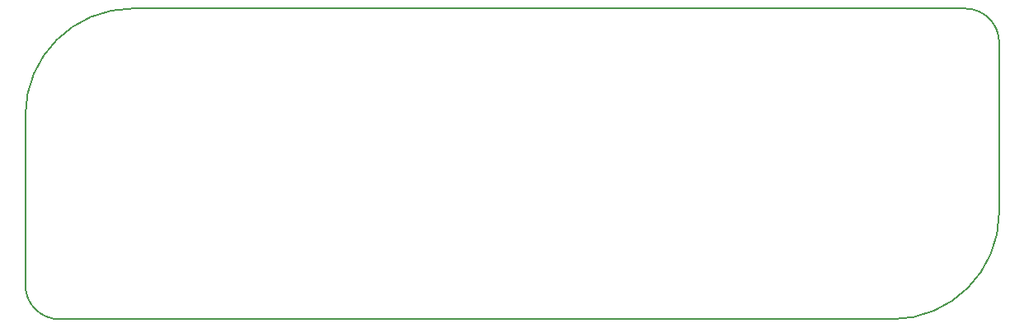
<source format=gko>
G04*
G04 #@! TF.GenerationSoftware,Altium Limited,Altium Designer,22.4.2 (48)*
G04*
G04 Layer_Color=16711935*
%FSLAX44Y44*%
%MOMM*%
G71*
G04*
G04 #@! TF.SameCoordinates,4816D0BE-1F83-4A6B-9D26-C2E6DC4596A5*
G04*
G04*
G04 #@! TF.FilePolarity,Positive*
G04*
G01*
G75*
%ADD25C,0.2000*%
D25*
X110000Y160000D02*
G03*
X0Y50000I0J-110000D01*
G01*
Y-125000D02*
G03*
X35000Y-160000I35000J0D01*
G01*
X890000D02*
G03*
X1000000Y-50000I0J110000D01*
G01*
Y125000D02*
G03*
X965000Y160000I-35000J0D01*
G01*
X0Y-125000D02*
Y50000D01*
X35000Y-160000D02*
X890000D01*
X1000000Y-50000D02*
Y125000D01*
X110000Y160000D02*
X965000D01*
M02*

</source>
